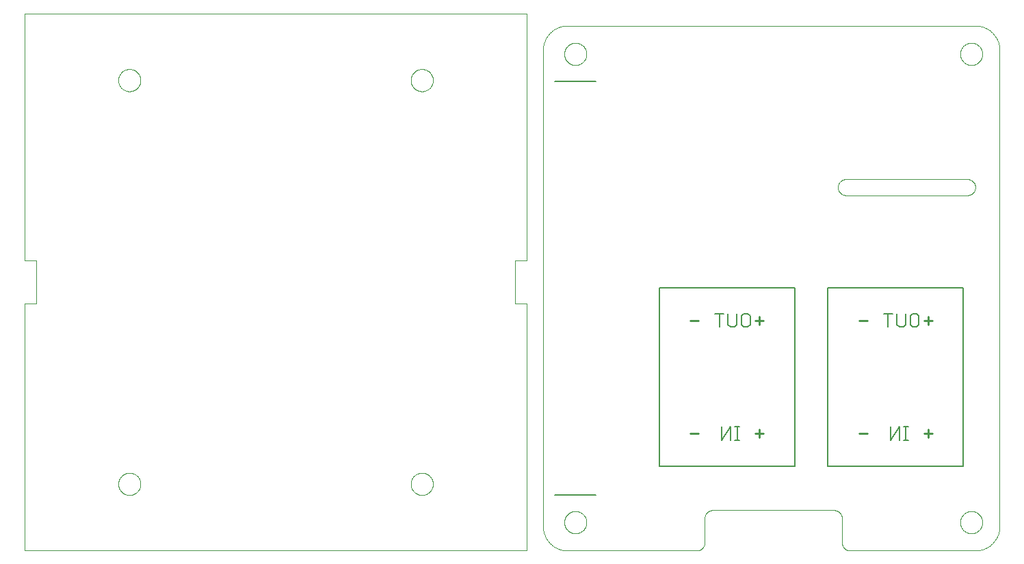
<source format=gbo>
G75*
%MOIN*%
%OFA0B0*%
%FSLAX25Y25*%
%IPPOS*%
%LPD*%
%AMOC8*
5,1,8,0,0,1.08239X$1,22.5*
%
%ADD10C,0.00000*%
%ADD11C,0.00500*%
%ADD12C,0.00600*%
%ADD13C,0.01000*%
D10*
X0001000Y0033905D02*
X0245882Y0033905D01*
X0245882Y0154378D01*
X0239976Y0154378D01*
X0239976Y0175244D01*
X0245882Y0175244D01*
X0245882Y0295716D01*
X0001000Y0295716D01*
X0001000Y0175244D01*
X0006906Y0175244D01*
X0006906Y0154378D01*
X0001000Y0154378D01*
X0001000Y0033905D01*
X0046768Y0066386D02*
X0046770Y0066533D01*
X0046776Y0066679D01*
X0046786Y0066825D01*
X0046800Y0066971D01*
X0046818Y0067117D01*
X0046839Y0067262D01*
X0046865Y0067406D01*
X0046895Y0067550D01*
X0046928Y0067692D01*
X0046965Y0067834D01*
X0047006Y0067975D01*
X0047051Y0068114D01*
X0047100Y0068253D01*
X0047152Y0068390D01*
X0047209Y0068525D01*
X0047268Y0068659D01*
X0047332Y0068791D01*
X0047399Y0068921D01*
X0047469Y0069050D01*
X0047543Y0069177D01*
X0047620Y0069301D01*
X0047701Y0069424D01*
X0047785Y0069544D01*
X0047872Y0069662D01*
X0047962Y0069777D01*
X0048055Y0069890D01*
X0048152Y0070001D01*
X0048251Y0070109D01*
X0048353Y0070214D01*
X0048458Y0070316D01*
X0048566Y0070415D01*
X0048677Y0070512D01*
X0048790Y0070605D01*
X0048905Y0070695D01*
X0049023Y0070782D01*
X0049143Y0070866D01*
X0049266Y0070947D01*
X0049390Y0071024D01*
X0049517Y0071098D01*
X0049646Y0071168D01*
X0049776Y0071235D01*
X0049908Y0071299D01*
X0050042Y0071358D01*
X0050177Y0071415D01*
X0050314Y0071467D01*
X0050453Y0071516D01*
X0050592Y0071561D01*
X0050733Y0071602D01*
X0050875Y0071639D01*
X0051017Y0071672D01*
X0051161Y0071702D01*
X0051305Y0071728D01*
X0051450Y0071749D01*
X0051596Y0071767D01*
X0051742Y0071781D01*
X0051888Y0071791D01*
X0052034Y0071797D01*
X0052181Y0071799D01*
X0052328Y0071797D01*
X0052474Y0071791D01*
X0052620Y0071781D01*
X0052766Y0071767D01*
X0052912Y0071749D01*
X0053057Y0071728D01*
X0053201Y0071702D01*
X0053345Y0071672D01*
X0053487Y0071639D01*
X0053629Y0071602D01*
X0053770Y0071561D01*
X0053909Y0071516D01*
X0054048Y0071467D01*
X0054185Y0071415D01*
X0054320Y0071358D01*
X0054454Y0071299D01*
X0054586Y0071235D01*
X0054716Y0071168D01*
X0054845Y0071098D01*
X0054972Y0071024D01*
X0055096Y0070947D01*
X0055219Y0070866D01*
X0055339Y0070782D01*
X0055457Y0070695D01*
X0055572Y0070605D01*
X0055685Y0070512D01*
X0055796Y0070415D01*
X0055904Y0070316D01*
X0056009Y0070214D01*
X0056111Y0070109D01*
X0056210Y0070001D01*
X0056307Y0069890D01*
X0056400Y0069777D01*
X0056490Y0069662D01*
X0056577Y0069544D01*
X0056661Y0069424D01*
X0056742Y0069301D01*
X0056819Y0069177D01*
X0056893Y0069050D01*
X0056963Y0068921D01*
X0057030Y0068791D01*
X0057094Y0068659D01*
X0057153Y0068525D01*
X0057210Y0068390D01*
X0057262Y0068253D01*
X0057311Y0068114D01*
X0057356Y0067975D01*
X0057397Y0067834D01*
X0057434Y0067692D01*
X0057467Y0067550D01*
X0057497Y0067406D01*
X0057523Y0067262D01*
X0057544Y0067117D01*
X0057562Y0066971D01*
X0057576Y0066825D01*
X0057586Y0066679D01*
X0057592Y0066533D01*
X0057594Y0066386D01*
X0057592Y0066239D01*
X0057586Y0066093D01*
X0057576Y0065947D01*
X0057562Y0065801D01*
X0057544Y0065655D01*
X0057523Y0065510D01*
X0057497Y0065366D01*
X0057467Y0065222D01*
X0057434Y0065080D01*
X0057397Y0064938D01*
X0057356Y0064797D01*
X0057311Y0064658D01*
X0057262Y0064519D01*
X0057210Y0064382D01*
X0057153Y0064247D01*
X0057094Y0064113D01*
X0057030Y0063981D01*
X0056963Y0063851D01*
X0056893Y0063722D01*
X0056819Y0063595D01*
X0056742Y0063471D01*
X0056661Y0063348D01*
X0056577Y0063228D01*
X0056490Y0063110D01*
X0056400Y0062995D01*
X0056307Y0062882D01*
X0056210Y0062771D01*
X0056111Y0062663D01*
X0056009Y0062558D01*
X0055904Y0062456D01*
X0055796Y0062357D01*
X0055685Y0062260D01*
X0055572Y0062167D01*
X0055457Y0062077D01*
X0055339Y0061990D01*
X0055219Y0061906D01*
X0055096Y0061825D01*
X0054972Y0061748D01*
X0054845Y0061674D01*
X0054716Y0061604D01*
X0054586Y0061537D01*
X0054454Y0061473D01*
X0054320Y0061414D01*
X0054185Y0061357D01*
X0054048Y0061305D01*
X0053909Y0061256D01*
X0053770Y0061211D01*
X0053629Y0061170D01*
X0053487Y0061133D01*
X0053345Y0061100D01*
X0053201Y0061070D01*
X0053057Y0061044D01*
X0052912Y0061023D01*
X0052766Y0061005D01*
X0052620Y0060991D01*
X0052474Y0060981D01*
X0052328Y0060975D01*
X0052181Y0060973D01*
X0052034Y0060975D01*
X0051888Y0060981D01*
X0051742Y0060991D01*
X0051596Y0061005D01*
X0051450Y0061023D01*
X0051305Y0061044D01*
X0051161Y0061070D01*
X0051017Y0061100D01*
X0050875Y0061133D01*
X0050733Y0061170D01*
X0050592Y0061211D01*
X0050453Y0061256D01*
X0050314Y0061305D01*
X0050177Y0061357D01*
X0050042Y0061414D01*
X0049908Y0061473D01*
X0049776Y0061537D01*
X0049646Y0061604D01*
X0049517Y0061674D01*
X0049390Y0061748D01*
X0049266Y0061825D01*
X0049143Y0061906D01*
X0049023Y0061990D01*
X0048905Y0062077D01*
X0048790Y0062167D01*
X0048677Y0062260D01*
X0048566Y0062357D01*
X0048458Y0062456D01*
X0048353Y0062558D01*
X0048251Y0062663D01*
X0048152Y0062771D01*
X0048055Y0062882D01*
X0047962Y0062995D01*
X0047872Y0063110D01*
X0047785Y0063228D01*
X0047701Y0063348D01*
X0047620Y0063471D01*
X0047543Y0063595D01*
X0047469Y0063722D01*
X0047399Y0063851D01*
X0047332Y0063981D01*
X0047268Y0064113D01*
X0047209Y0064247D01*
X0047152Y0064382D01*
X0047100Y0064519D01*
X0047051Y0064658D01*
X0047006Y0064797D01*
X0046965Y0064938D01*
X0046928Y0065080D01*
X0046895Y0065222D01*
X0046865Y0065366D01*
X0046839Y0065510D01*
X0046818Y0065655D01*
X0046800Y0065801D01*
X0046786Y0065947D01*
X0046776Y0066093D01*
X0046770Y0066239D01*
X0046768Y0066386D01*
X0189288Y0066386D02*
X0189290Y0066533D01*
X0189296Y0066679D01*
X0189306Y0066825D01*
X0189320Y0066971D01*
X0189338Y0067117D01*
X0189359Y0067262D01*
X0189385Y0067406D01*
X0189415Y0067550D01*
X0189448Y0067692D01*
X0189485Y0067834D01*
X0189526Y0067975D01*
X0189571Y0068114D01*
X0189620Y0068253D01*
X0189672Y0068390D01*
X0189729Y0068525D01*
X0189788Y0068659D01*
X0189852Y0068791D01*
X0189919Y0068921D01*
X0189989Y0069050D01*
X0190063Y0069177D01*
X0190140Y0069301D01*
X0190221Y0069424D01*
X0190305Y0069544D01*
X0190392Y0069662D01*
X0190482Y0069777D01*
X0190575Y0069890D01*
X0190672Y0070001D01*
X0190771Y0070109D01*
X0190873Y0070214D01*
X0190978Y0070316D01*
X0191086Y0070415D01*
X0191197Y0070512D01*
X0191310Y0070605D01*
X0191425Y0070695D01*
X0191543Y0070782D01*
X0191663Y0070866D01*
X0191786Y0070947D01*
X0191910Y0071024D01*
X0192037Y0071098D01*
X0192166Y0071168D01*
X0192296Y0071235D01*
X0192428Y0071299D01*
X0192562Y0071358D01*
X0192697Y0071415D01*
X0192834Y0071467D01*
X0192973Y0071516D01*
X0193112Y0071561D01*
X0193253Y0071602D01*
X0193395Y0071639D01*
X0193537Y0071672D01*
X0193681Y0071702D01*
X0193825Y0071728D01*
X0193970Y0071749D01*
X0194116Y0071767D01*
X0194262Y0071781D01*
X0194408Y0071791D01*
X0194554Y0071797D01*
X0194701Y0071799D01*
X0194848Y0071797D01*
X0194994Y0071791D01*
X0195140Y0071781D01*
X0195286Y0071767D01*
X0195432Y0071749D01*
X0195577Y0071728D01*
X0195721Y0071702D01*
X0195865Y0071672D01*
X0196007Y0071639D01*
X0196149Y0071602D01*
X0196290Y0071561D01*
X0196429Y0071516D01*
X0196568Y0071467D01*
X0196705Y0071415D01*
X0196840Y0071358D01*
X0196974Y0071299D01*
X0197106Y0071235D01*
X0197236Y0071168D01*
X0197365Y0071098D01*
X0197492Y0071024D01*
X0197616Y0070947D01*
X0197739Y0070866D01*
X0197859Y0070782D01*
X0197977Y0070695D01*
X0198092Y0070605D01*
X0198205Y0070512D01*
X0198316Y0070415D01*
X0198424Y0070316D01*
X0198529Y0070214D01*
X0198631Y0070109D01*
X0198730Y0070001D01*
X0198827Y0069890D01*
X0198920Y0069777D01*
X0199010Y0069662D01*
X0199097Y0069544D01*
X0199181Y0069424D01*
X0199262Y0069301D01*
X0199339Y0069177D01*
X0199413Y0069050D01*
X0199483Y0068921D01*
X0199550Y0068791D01*
X0199614Y0068659D01*
X0199673Y0068525D01*
X0199730Y0068390D01*
X0199782Y0068253D01*
X0199831Y0068114D01*
X0199876Y0067975D01*
X0199917Y0067834D01*
X0199954Y0067692D01*
X0199987Y0067550D01*
X0200017Y0067406D01*
X0200043Y0067262D01*
X0200064Y0067117D01*
X0200082Y0066971D01*
X0200096Y0066825D01*
X0200106Y0066679D01*
X0200112Y0066533D01*
X0200114Y0066386D01*
X0200112Y0066239D01*
X0200106Y0066093D01*
X0200096Y0065947D01*
X0200082Y0065801D01*
X0200064Y0065655D01*
X0200043Y0065510D01*
X0200017Y0065366D01*
X0199987Y0065222D01*
X0199954Y0065080D01*
X0199917Y0064938D01*
X0199876Y0064797D01*
X0199831Y0064658D01*
X0199782Y0064519D01*
X0199730Y0064382D01*
X0199673Y0064247D01*
X0199614Y0064113D01*
X0199550Y0063981D01*
X0199483Y0063851D01*
X0199413Y0063722D01*
X0199339Y0063595D01*
X0199262Y0063471D01*
X0199181Y0063348D01*
X0199097Y0063228D01*
X0199010Y0063110D01*
X0198920Y0062995D01*
X0198827Y0062882D01*
X0198730Y0062771D01*
X0198631Y0062663D01*
X0198529Y0062558D01*
X0198424Y0062456D01*
X0198316Y0062357D01*
X0198205Y0062260D01*
X0198092Y0062167D01*
X0197977Y0062077D01*
X0197859Y0061990D01*
X0197739Y0061906D01*
X0197616Y0061825D01*
X0197492Y0061748D01*
X0197365Y0061674D01*
X0197236Y0061604D01*
X0197106Y0061537D01*
X0196974Y0061473D01*
X0196840Y0061414D01*
X0196705Y0061357D01*
X0196568Y0061305D01*
X0196429Y0061256D01*
X0196290Y0061211D01*
X0196149Y0061170D01*
X0196007Y0061133D01*
X0195865Y0061100D01*
X0195721Y0061070D01*
X0195577Y0061044D01*
X0195432Y0061023D01*
X0195286Y0061005D01*
X0195140Y0060991D01*
X0194994Y0060981D01*
X0194848Y0060975D01*
X0194701Y0060973D01*
X0194554Y0060975D01*
X0194408Y0060981D01*
X0194262Y0060991D01*
X0194116Y0061005D01*
X0193970Y0061023D01*
X0193825Y0061044D01*
X0193681Y0061070D01*
X0193537Y0061100D01*
X0193395Y0061133D01*
X0193253Y0061170D01*
X0193112Y0061211D01*
X0192973Y0061256D01*
X0192834Y0061305D01*
X0192697Y0061357D01*
X0192562Y0061414D01*
X0192428Y0061473D01*
X0192296Y0061537D01*
X0192166Y0061604D01*
X0192037Y0061674D01*
X0191910Y0061748D01*
X0191786Y0061825D01*
X0191663Y0061906D01*
X0191543Y0061990D01*
X0191425Y0062077D01*
X0191310Y0062167D01*
X0191197Y0062260D01*
X0191086Y0062357D01*
X0190978Y0062456D01*
X0190873Y0062558D01*
X0190771Y0062663D01*
X0190672Y0062771D01*
X0190575Y0062882D01*
X0190482Y0062995D01*
X0190392Y0063110D01*
X0190305Y0063228D01*
X0190221Y0063348D01*
X0190140Y0063471D01*
X0190063Y0063595D01*
X0189989Y0063722D01*
X0189919Y0063851D01*
X0189852Y0063981D01*
X0189788Y0064113D01*
X0189729Y0064247D01*
X0189672Y0064382D01*
X0189620Y0064519D01*
X0189571Y0064658D01*
X0189526Y0064797D01*
X0189485Y0064938D01*
X0189448Y0065080D01*
X0189415Y0065222D01*
X0189385Y0065366D01*
X0189359Y0065510D01*
X0189338Y0065655D01*
X0189320Y0065801D01*
X0189306Y0065947D01*
X0189296Y0066093D01*
X0189290Y0066239D01*
X0189288Y0066386D01*
X0253756Y0045716D02*
X0253756Y0278000D01*
X0253759Y0278285D01*
X0253770Y0278571D01*
X0253787Y0278856D01*
X0253811Y0279140D01*
X0253842Y0279424D01*
X0253880Y0279707D01*
X0253925Y0279988D01*
X0253976Y0280269D01*
X0254034Y0280549D01*
X0254099Y0280827D01*
X0254171Y0281103D01*
X0254249Y0281377D01*
X0254334Y0281650D01*
X0254426Y0281920D01*
X0254524Y0282188D01*
X0254628Y0282454D01*
X0254739Y0282717D01*
X0254856Y0282977D01*
X0254979Y0283235D01*
X0255109Y0283489D01*
X0255245Y0283740D01*
X0255386Y0283988D01*
X0255534Y0284232D01*
X0255687Y0284473D01*
X0255847Y0284709D01*
X0256012Y0284942D01*
X0256182Y0285171D01*
X0256358Y0285396D01*
X0256540Y0285616D01*
X0256726Y0285832D01*
X0256918Y0286043D01*
X0257115Y0286250D01*
X0257317Y0286452D01*
X0257524Y0286649D01*
X0257735Y0286841D01*
X0257951Y0287027D01*
X0258171Y0287209D01*
X0258396Y0287385D01*
X0258625Y0287555D01*
X0258858Y0287720D01*
X0259094Y0287880D01*
X0259335Y0288033D01*
X0259579Y0288181D01*
X0259827Y0288322D01*
X0260078Y0288458D01*
X0260332Y0288588D01*
X0260590Y0288711D01*
X0260850Y0288828D01*
X0261113Y0288939D01*
X0261379Y0289043D01*
X0261647Y0289141D01*
X0261917Y0289233D01*
X0262190Y0289318D01*
X0262464Y0289396D01*
X0262740Y0289468D01*
X0263018Y0289533D01*
X0263298Y0289591D01*
X0263579Y0289642D01*
X0263860Y0289687D01*
X0264143Y0289725D01*
X0264427Y0289756D01*
X0264711Y0289780D01*
X0264996Y0289797D01*
X0265282Y0289808D01*
X0265567Y0289811D01*
X0464386Y0289811D01*
X0464671Y0289808D01*
X0464957Y0289797D01*
X0465242Y0289780D01*
X0465526Y0289756D01*
X0465810Y0289725D01*
X0466093Y0289687D01*
X0466374Y0289642D01*
X0466655Y0289591D01*
X0466935Y0289533D01*
X0467213Y0289468D01*
X0467489Y0289396D01*
X0467763Y0289318D01*
X0468036Y0289233D01*
X0468306Y0289141D01*
X0468574Y0289043D01*
X0468840Y0288939D01*
X0469103Y0288828D01*
X0469363Y0288711D01*
X0469621Y0288588D01*
X0469875Y0288458D01*
X0470126Y0288322D01*
X0470374Y0288181D01*
X0470618Y0288033D01*
X0470859Y0287880D01*
X0471095Y0287720D01*
X0471328Y0287555D01*
X0471557Y0287385D01*
X0471782Y0287209D01*
X0472002Y0287027D01*
X0472218Y0286841D01*
X0472429Y0286649D01*
X0472636Y0286452D01*
X0472838Y0286250D01*
X0473035Y0286043D01*
X0473227Y0285832D01*
X0473413Y0285616D01*
X0473595Y0285396D01*
X0473771Y0285171D01*
X0473941Y0284942D01*
X0474106Y0284709D01*
X0474266Y0284473D01*
X0474419Y0284232D01*
X0474567Y0283988D01*
X0474708Y0283740D01*
X0474844Y0283489D01*
X0474974Y0283235D01*
X0475097Y0282977D01*
X0475214Y0282717D01*
X0475325Y0282454D01*
X0475429Y0282188D01*
X0475527Y0281920D01*
X0475619Y0281650D01*
X0475704Y0281377D01*
X0475782Y0281103D01*
X0475854Y0280827D01*
X0475919Y0280549D01*
X0475977Y0280269D01*
X0476028Y0279988D01*
X0476073Y0279707D01*
X0476111Y0279424D01*
X0476142Y0279140D01*
X0476166Y0278856D01*
X0476183Y0278571D01*
X0476194Y0278285D01*
X0476197Y0278000D01*
X0476197Y0045716D01*
X0476194Y0045431D01*
X0476183Y0045145D01*
X0476166Y0044860D01*
X0476142Y0044576D01*
X0476111Y0044292D01*
X0476073Y0044009D01*
X0476028Y0043728D01*
X0475977Y0043447D01*
X0475919Y0043167D01*
X0475854Y0042889D01*
X0475782Y0042613D01*
X0475704Y0042339D01*
X0475619Y0042066D01*
X0475527Y0041796D01*
X0475429Y0041528D01*
X0475325Y0041262D01*
X0475214Y0040999D01*
X0475097Y0040739D01*
X0474974Y0040481D01*
X0474844Y0040227D01*
X0474708Y0039976D01*
X0474567Y0039728D01*
X0474419Y0039484D01*
X0474266Y0039243D01*
X0474106Y0039007D01*
X0473941Y0038774D01*
X0473771Y0038545D01*
X0473595Y0038320D01*
X0473413Y0038100D01*
X0473227Y0037884D01*
X0473035Y0037673D01*
X0472838Y0037466D01*
X0472636Y0037264D01*
X0472429Y0037067D01*
X0472218Y0036875D01*
X0472002Y0036689D01*
X0471782Y0036507D01*
X0471557Y0036331D01*
X0471328Y0036161D01*
X0471095Y0035996D01*
X0470859Y0035836D01*
X0470618Y0035683D01*
X0470374Y0035535D01*
X0470126Y0035394D01*
X0469875Y0035258D01*
X0469621Y0035128D01*
X0469363Y0035005D01*
X0469103Y0034888D01*
X0468840Y0034777D01*
X0468574Y0034673D01*
X0468306Y0034575D01*
X0468036Y0034483D01*
X0467763Y0034398D01*
X0467489Y0034320D01*
X0467213Y0034248D01*
X0466935Y0034183D01*
X0466655Y0034125D01*
X0466374Y0034074D01*
X0466093Y0034029D01*
X0465810Y0033991D01*
X0465526Y0033960D01*
X0465242Y0033936D01*
X0464957Y0033919D01*
X0464671Y0033908D01*
X0464386Y0033905D01*
X0403362Y0033905D01*
X0403238Y0033907D01*
X0403115Y0033913D01*
X0402991Y0033922D01*
X0402869Y0033936D01*
X0402746Y0033953D01*
X0402624Y0033975D01*
X0402503Y0034000D01*
X0402383Y0034029D01*
X0402264Y0034061D01*
X0402145Y0034098D01*
X0402028Y0034138D01*
X0401913Y0034181D01*
X0401798Y0034229D01*
X0401686Y0034280D01*
X0401575Y0034334D01*
X0401465Y0034392D01*
X0401358Y0034453D01*
X0401252Y0034518D01*
X0401149Y0034586D01*
X0401048Y0034657D01*
X0400949Y0034731D01*
X0400852Y0034808D01*
X0400758Y0034889D01*
X0400667Y0034972D01*
X0400578Y0035058D01*
X0400492Y0035147D01*
X0400409Y0035238D01*
X0400328Y0035332D01*
X0400251Y0035429D01*
X0400177Y0035528D01*
X0400106Y0035629D01*
X0400038Y0035732D01*
X0399973Y0035838D01*
X0399912Y0035945D01*
X0399854Y0036055D01*
X0399800Y0036166D01*
X0399749Y0036278D01*
X0399701Y0036393D01*
X0399658Y0036508D01*
X0399618Y0036625D01*
X0399581Y0036744D01*
X0399549Y0036863D01*
X0399520Y0036983D01*
X0399495Y0037104D01*
X0399473Y0037226D01*
X0399456Y0037349D01*
X0399442Y0037471D01*
X0399433Y0037595D01*
X0399427Y0037718D01*
X0399425Y0037842D01*
X0399425Y0049653D01*
X0399423Y0049777D01*
X0399417Y0049900D01*
X0399408Y0050024D01*
X0399394Y0050146D01*
X0399377Y0050269D01*
X0399355Y0050391D01*
X0399330Y0050512D01*
X0399301Y0050632D01*
X0399269Y0050751D01*
X0399232Y0050870D01*
X0399192Y0050987D01*
X0399149Y0051102D01*
X0399101Y0051217D01*
X0399050Y0051329D01*
X0398996Y0051440D01*
X0398938Y0051550D01*
X0398877Y0051657D01*
X0398812Y0051763D01*
X0398744Y0051866D01*
X0398673Y0051967D01*
X0398599Y0052066D01*
X0398522Y0052163D01*
X0398441Y0052257D01*
X0398358Y0052348D01*
X0398272Y0052437D01*
X0398183Y0052523D01*
X0398092Y0052606D01*
X0397998Y0052687D01*
X0397901Y0052764D01*
X0397802Y0052838D01*
X0397701Y0052909D01*
X0397598Y0052977D01*
X0397492Y0053042D01*
X0397385Y0053103D01*
X0397275Y0053161D01*
X0397164Y0053215D01*
X0397052Y0053266D01*
X0396937Y0053314D01*
X0396822Y0053357D01*
X0396705Y0053397D01*
X0396586Y0053434D01*
X0396467Y0053466D01*
X0396347Y0053495D01*
X0396226Y0053520D01*
X0396104Y0053542D01*
X0395981Y0053559D01*
X0395859Y0053573D01*
X0395735Y0053582D01*
X0395612Y0053588D01*
X0395488Y0053590D01*
X0336433Y0053590D01*
X0336309Y0053588D01*
X0336186Y0053582D01*
X0336062Y0053573D01*
X0335940Y0053559D01*
X0335817Y0053542D01*
X0335695Y0053520D01*
X0335574Y0053495D01*
X0335454Y0053466D01*
X0335335Y0053434D01*
X0335216Y0053397D01*
X0335099Y0053357D01*
X0334984Y0053314D01*
X0334869Y0053266D01*
X0334757Y0053215D01*
X0334646Y0053161D01*
X0334536Y0053103D01*
X0334429Y0053042D01*
X0334323Y0052977D01*
X0334220Y0052909D01*
X0334119Y0052838D01*
X0334020Y0052764D01*
X0333923Y0052687D01*
X0333829Y0052606D01*
X0333738Y0052523D01*
X0333649Y0052437D01*
X0333563Y0052348D01*
X0333480Y0052257D01*
X0333399Y0052163D01*
X0333322Y0052066D01*
X0333248Y0051967D01*
X0333177Y0051866D01*
X0333109Y0051763D01*
X0333044Y0051657D01*
X0332983Y0051550D01*
X0332925Y0051440D01*
X0332871Y0051329D01*
X0332820Y0051217D01*
X0332772Y0051102D01*
X0332729Y0050987D01*
X0332689Y0050870D01*
X0332652Y0050751D01*
X0332620Y0050632D01*
X0332591Y0050512D01*
X0332566Y0050391D01*
X0332544Y0050269D01*
X0332527Y0050146D01*
X0332513Y0050024D01*
X0332504Y0049900D01*
X0332498Y0049777D01*
X0332496Y0049653D01*
X0332496Y0037842D01*
X0332494Y0037718D01*
X0332488Y0037595D01*
X0332479Y0037471D01*
X0332465Y0037349D01*
X0332448Y0037226D01*
X0332426Y0037104D01*
X0332401Y0036983D01*
X0332372Y0036863D01*
X0332340Y0036744D01*
X0332303Y0036625D01*
X0332263Y0036508D01*
X0332220Y0036393D01*
X0332172Y0036278D01*
X0332121Y0036166D01*
X0332067Y0036055D01*
X0332009Y0035945D01*
X0331948Y0035838D01*
X0331883Y0035732D01*
X0331815Y0035629D01*
X0331744Y0035528D01*
X0331670Y0035429D01*
X0331593Y0035332D01*
X0331512Y0035238D01*
X0331429Y0035147D01*
X0331343Y0035058D01*
X0331254Y0034972D01*
X0331163Y0034889D01*
X0331069Y0034808D01*
X0330972Y0034731D01*
X0330873Y0034657D01*
X0330772Y0034586D01*
X0330669Y0034518D01*
X0330563Y0034453D01*
X0330456Y0034392D01*
X0330346Y0034334D01*
X0330235Y0034280D01*
X0330123Y0034229D01*
X0330008Y0034181D01*
X0329893Y0034138D01*
X0329776Y0034098D01*
X0329657Y0034061D01*
X0329538Y0034029D01*
X0329418Y0034000D01*
X0329297Y0033975D01*
X0329175Y0033953D01*
X0329052Y0033936D01*
X0328930Y0033922D01*
X0328806Y0033913D01*
X0328683Y0033907D01*
X0328559Y0033905D01*
X0265567Y0033905D01*
X0265282Y0033908D01*
X0264996Y0033919D01*
X0264711Y0033936D01*
X0264427Y0033960D01*
X0264143Y0033991D01*
X0263860Y0034029D01*
X0263579Y0034074D01*
X0263298Y0034125D01*
X0263018Y0034183D01*
X0262740Y0034248D01*
X0262464Y0034320D01*
X0262190Y0034398D01*
X0261917Y0034483D01*
X0261647Y0034575D01*
X0261379Y0034673D01*
X0261113Y0034777D01*
X0260850Y0034888D01*
X0260590Y0035005D01*
X0260332Y0035128D01*
X0260078Y0035258D01*
X0259827Y0035394D01*
X0259579Y0035535D01*
X0259335Y0035683D01*
X0259094Y0035836D01*
X0258858Y0035996D01*
X0258625Y0036161D01*
X0258396Y0036331D01*
X0258171Y0036507D01*
X0257951Y0036689D01*
X0257735Y0036875D01*
X0257524Y0037067D01*
X0257317Y0037264D01*
X0257115Y0037466D01*
X0256918Y0037673D01*
X0256726Y0037884D01*
X0256540Y0038100D01*
X0256358Y0038320D01*
X0256182Y0038545D01*
X0256012Y0038774D01*
X0255847Y0039007D01*
X0255687Y0039243D01*
X0255534Y0039484D01*
X0255386Y0039728D01*
X0255245Y0039976D01*
X0255109Y0040227D01*
X0254979Y0040481D01*
X0254856Y0040739D01*
X0254739Y0040999D01*
X0254628Y0041262D01*
X0254524Y0041528D01*
X0254426Y0041796D01*
X0254334Y0042066D01*
X0254249Y0042339D01*
X0254171Y0042613D01*
X0254099Y0042889D01*
X0254034Y0043167D01*
X0253976Y0043447D01*
X0253925Y0043728D01*
X0253880Y0044009D01*
X0253842Y0044292D01*
X0253811Y0044576D01*
X0253787Y0044860D01*
X0253770Y0045145D01*
X0253759Y0045431D01*
X0253756Y0045716D01*
X0264091Y0047685D02*
X0264093Y0047832D01*
X0264099Y0047978D01*
X0264109Y0048124D01*
X0264123Y0048270D01*
X0264141Y0048416D01*
X0264162Y0048561D01*
X0264188Y0048705D01*
X0264218Y0048849D01*
X0264251Y0048991D01*
X0264288Y0049133D01*
X0264329Y0049274D01*
X0264374Y0049413D01*
X0264423Y0049552D01*
X0264475Y0049689D01*
X0264532Y0049824D01*
X0264591Y0049958D01*
X0264655Y0050090D01*
X0264722Y0050220D01*
X0264792Y0050349D01*
X0264866Y0050476D01*
X0264943Y0050600D01*
X0265024Y0050723D01*
X0265108Y0050843D01*
X0265195Y0050961D01*
X0265285Y0051076D01*
X0265378Y0051189D01*
X0265475Y0051300D01*
X0265574Y0051408D01*
X0265676Y0051513D01*
X0265781Y0051615D01*
X0265889Y0051714D01*
X0266000Y0051811D01*
X0266113Y0051904D01*
X0266228Y0051994D01*
X0266346Y0052081D01*
X0266466Y0052165D01*
X0266589Y0052246D01*
X0266713Y0052323D01*
X0266840Y0052397D01*
X0266969Y0052467D01*
X0267099Y0052534D01*
X0267231Y0052598D01*
X0267365Y0052657D01*
X0267500Y0052714D01*
X0267637Y0052766D01*
X0267776Y0052815D01*
X0267915Y0052860D01*
X0268056Y0052901D01*
X0268198Y0052938D01*
X0268340Y0052971D01*
X0268484Y0053001D01*
X0268628Y0053027D01*
X0268773Y0053048D01*
X0268919Y0053066D01*
X0269065Y0053080D01*
X0269211Y0053090D01*
X0269357Y0053096D01*
X0269504Y0053098D01*
X0269651Y0053096D01*
X0269797Y0053090D01*
X0269943Y0053080D01*
X0270089Y0053066D01*
X0270235Y0053048D01*
X0270380Y0053027D01*
X0270524Y0053001D01*
X0270668Y0052971D01*
X0270810Y0052938D01*
X0270952Y0052901D01*
X0271093Y0052860D01*
X0271232Y0052815D01*
X0271371Y0052766D01*
X0271508Y0052714D01*
X0271643Y0052657D01*
X0271777Y0052598D01*
X0271909Y0052534D01*
X0272039Y0052467D01*
X0272168Y0052397D01*
X0272295Y0052323D01*
X0272419Y0052246D01*
X0272542Y0052165D01*
X0272662Y0052081D01*
X0272780Y0051994D01*
X0272895Y0051904D01*
X0273008Y0051811D01*
X0273119Y0051714D01*
X0273227Y0051615D01*
X0273332Y0051513D01*
X0273434Y0051408D01*
X0273533Y0051300D01*
X0273630Y0051189D01*
X0273723Y0051076D01*
X0273813Y0050961D01*
X0273900Y0050843D01*
X0273984Y0050723D01*
X0274065Y0050600D01*
X0274142Y0050476D01*
X0274216Y0050349D01*
X0274286Y0050220D01*
X0274353Y0050090D01*
X0274417Y0049958D01*
X0274476Y0049824D01*
X0274533Y0049689D01*
X0274585Y0049552D01*
X0274634Y0049413D01*
X0274679Y0049274D01*
X0274720Y0049133D01*
X0274757Y0048991D01*
X0274790Y0048849D01*
X0274820Y0048705D01*
X0274846Y0048561D01*
X0274867Y0048416D01*
X0274885Y0048270D01*
X0274899Y0048124D01*
X0274909Y0047978D01*
X0274915Y0047832D01*
X0274917Y0047685D01*
X0274915Y0047538D01*
X0274909Y0047392D01*
X0274899Y0047246D01*
X0274885Y0047100D01*
X0274867Y0046954D01*
X0274846Y0046809D01*
X0274820Y0046665D01*
X0274790Y0046521D01*
X0274757Y0046379D01*
X0274720Y0046237D01*
X0274679Y0046096D01*
X0274634Y0045957D01*
X0274585Y0045818D01*
X0274533Y0045681D01*
X0274476Y0045546D01*
X0274417Y0045412D01*
X0274353Y0045280D01*
X0274286Y0045150D01*
X0274216Y0045021D01*
X0274142Y0044894D01*
X0274065Y0044770D01*
X0273984Y0044647D01*
X0273900Y0044527D01*
X0273813Y0044409D01*
X0273723Y0044294D01*
X0273630Y0044181D01*
X0273533Y0044070D01*
X0273434Y0043962D01*
X0273332Y0043857D01*
X0273227Y0043755D01*
X0273119Y0043656D01*
X0273008Y0043559D01*
X0272895Y0043466D01*
X0272780Y0043376D01*
X0272662Y0043289D01*
X0272542Y0043205D01*
X0272419Y0043124D01*
X0272295Y0043047D01*
X0272168Y0042973D01*
X0272039Y0042903D01*
X0271909Y0042836D01*
X0271777Y0042772D01*
X0271643Y0042713D01*
X0271508Y0042656D01*
X0271371Y0042604D01*
X0271232Y0042555D01*
X0271093Y0042510D01*
X0270952Y0042469D01*
X0270810Y0042432D01*
X0270668Y0042399D01*
X0270524Y0042369D01*
X0270380Y0042343D01*
X0270235Y0042322D01*
X0270089Y0042304D01*
X0269943Y0042290D01*
X0269797Y0042280D01*
X0269651Y0042274D01*
X0269504Y0042272D01*
X0269357Y0042274D01*
X0269211Y0042280D01*
X0269065Y0042290D01*
X0268919Y0042304D01*
X0268773Y0042322D01*
X0268628Y0042343D01*
X0268484Y0042369D01*
X0268340Y0042399D01*
X0268198Y0042432D01*
X0268056Y0042469D01*
X0267915Y0042510D01*
X0267776Y0042555D01*
X0267637Y0042604D01*
X0267500Y0042656D01*
X0267365Y0042713D01*
X0267231Y0042772D01*
X0267099Y0042836D01*
X0266969Y0042903D01*
X0266840Y0042973D01*
X0266713Y0043047D01*
X0266589Y0043124D01*
X0266466Y0043205D01*
X0266346Y0043289D01*
X0266228Y0043376D01*
X0266113Y0043466D01*
X0266000Y0043559D01*
X0265889Y0043656D01*
X0265781Y0043755D01*
X0265676Y0043857D01*
X0265574Y0043962D01*
X0265475Y0044070D01*
X0265378Y0044181D01*
X0265285Y0044294D01*
X0265195Y0044409D01*
X0265108Y0044527D01*
X0265024Y0044647D01*
X0264943Y0044770D01*
X0264866Y0044894D01*
X0264792Y0045021D01*
X0264722Y0045150D01*
X0264655Y0045280D01*
X0264591Y0045412D01*
X0264532Y0045546D01*
X0264475Y0045681D01*
X0264423Y0045818D01*
X0264374Y0045957D01*
X0264329Y0046096D01*
X0264288Y0046237D01*
X0264251Y0046379D01*
X0264218Y0046521D01*
X0264188Y0046665D01*
X0264162Y0046809D01*
X0264141Y0046954D01*
X0264123Y0047100D01*
X0264109Y0047246D01*
X0264099Y0047392D01*
X0264093Y0047538D01*
X0264091Y0047685D01*
X0457004Y0047685D02*
X0457006Y0047832D01*
X0457012Y0047978D01*
X0457022Y0048124D01*
X0457036Y0048270D01*
X0457054Y0048416D01*
X0457075Y0048561D01*
X0457101Y0048705D01*
X0457131Y0048849D01*
X0457164Y0048991D01*
X0457201Y0049133D01*
X0457242Y0049274D01*
X0457287Y0049413D01*
X0457336Y0049552D01*
X0457388Y0049689D01*
X0457445Y0049824D01*
X0457504Y0049958D01*
X0457568Y0050090D01*
X0457635Y0050220D01*
X0457705Y0050349D01*
X0457779Y0050476D01*
X0457856Y0050600D01*
X0457937Y0050723D01*
X0458021Y0050843D01*
X0458108Y0050961D01*
X0458198Y0051076D01*
X0458291Y0051189D01*
X0458388Y0051300D01*
X0458487Y0051408D01*
X0458589Y0051513D01*
X0458694Y0051615D01*
X0458802Y0051714D01*
X0458913Y0051811D01*
X0459026Y0051904D01*
X0459141Y0051994D01*
X0459259Y0052081D01*
X0459379Y0052165D01*
X0459502Y0052246D01*
X0459626Y0052323D01*
X0459753Y0052397D01*
X0459882Y0052467D01*
X0460012Y0052534D01*
X0460144Y0052598D01*
X0460278Y0052657D01*
X0460413Y0052714D01*
X0460550Y0052766D01*
X0460689Y0052815D01*
X0460828Y0052860D01*
X0460969Y0052901D01*
X0461111Y0052938D01*
X0461253Y0052971D01*
X0461397Y0053001D01*
X0461541Y0053027D01*
X0461686Y0053048D01*
X0461832Y0053066D01*
X0461978Y0053080D01*
X0462124Y0053090D01*
X0462270Y0053096D01*
X0462417Y0053098D01*
X0462564Y0053096D01*
X0462710Y0053090D01*
X0462856Y0053080D01*
X0463002Y0053066D01*
X0463148Y0053048D01*
X0463293Y0053027D01*
X0463437Y0053001D01*
X0463581Y0052971D01*
X0463723Y0052938D01*
X0463865Y0052901D01*
X0464006Y0052860D01*
X0464145Y0052815D01*
X0464284Y0052766D01*
X0464421Y0052714D01*
X0464556Y0052657D01*
X0464690Y0052598D01*
X0464822Y0052534D01*
X0464952Y0052467D01*
X0465081Y0052397D01*
X0465208Y0052323D01*
X0465332Y0052246D01*
X0465455Y0052165D01*
X0465575Y0052081D01*
X0465693Y0051994D01*
X0465808Y0051904D01*
X0465921Y0051811D01*
X0466032Y0051714D01*
X0466140Y0051615D01*
X0466245Y0051513D01*
X0466347Y0051408D01*
X0466446Y0051300D01*
X0466543Y0051189D01*
X0466636Y0051076D01*
X0466726Y0050961D01*
X0466813Y0050843D01*
X0466897Y0050723D01*
X0466978Y0050600D01*
X0467055Y0050476D01*
X0467129Y0050349D01*
X0467199Y0050220D01*
X0467266Y0050090D01*
X0467330Y0049958D01*
X0467389Y0049824D01*
X0467446Y0049689D01*
X0467498Y0049552D01*
X0467547Y0049413D01*
X0467592Y0049274D01*
X0467633Y0049133D01*
X0467670Y0048991D01*
X0467703Y0048849D01*
X0467733Y0048705D01*
X0467759Y0048561D01*
X0467780Y0048416D01*
X0467798Y0048270D01*
X0467812Y0048124D01*
X0467822Y0047978D01*
X0467828Y0047832D01*
X0467830Y0047685D01*
X0467828Y0047538D01*
X0467822Y0047392D01*
X0467812Y0047246D01*
X0467798Y0047100D01*
X0467780Y0046954D01*
X0467759Y0046809D01*
X0467733Y0046665D01*
X0467703Y0046521D01*
X0467670Y0046379D01*
X0467633Y0046237D01*
X0467592Y0046096D01*
X0467547Y0045957D01*
X0467498Y0045818D01*
X0467446Y0045681D01*
X0467389Y0045546D01*
X0467330Y0045412D01*
X0467266Y0045280D01*
X0467199Y0045150D01*
X0467129Y0045021D01*
X0467055Y0044894D01*
X0466978Y0044770D01*
X0466897Y0044647D01*
X0466813Y0044527D01*
X0466726Y0044409D01*
X0466636Y0044294D01*
X0466543Y0044181D01*
X0466446Y0044070D01*
X0466347Y0043962D01*
X0466245Y0043857D01*
X0466140Y0043755D01*
X0466032Y0043656D01*
X0465921Y0043559D01*
X0465808Y0043466D01*
X0465693Y0043376D01*
X0465575Y0043289D01*
X0465455Y0043205D01*
X0465332Y0043124D01*
X0465208Y0043047D01*
X0465081Y0042973D01*
X0464952Y0042903D01*
X0464822Y0042836D01*
X0464690Y0042772D01*
X0464556Y0042713D01*
X0464421Y0042656D01*
X0464284Y0042604D01*
X0464145Y0042555D01*
X0464006Y0042510D01*
X0463865Y0042469D01*
X0463723Y0042432D01*
X0463581Y0042399D01*
X0463437Y0042369D01*
X0463293Y0042343D01*
X0463148Y0042322D01*
X0463002Y0042304D01*
X0462856Y0042290D01*
X0462710Y0042280D01*
X0462564Y0042274D01*
X0462417Y0042272D01*
X0462270Y0042274D01*
X0462124Y0042280D01*
X0461978Y0042290D01*
X0461832Y0042304D01*
X0461686Y0042322D01*
X0461541Y0042343D01*
X0461397Y0042369D01*
X0461253Y0042399D01*
X0461111Y0042432D01*
X0460969Y0042469D01*
X0460828Y0042510D01*
X0460689Y0042555D01*
X0460550Y0042604D01*
X0460413Y0042656D01*
X0460278Y0042713D01*
X0460144Y0042772D01*
X0460012Y0042836D01*
X0459882Y0042903D01*
X0459753Y0042973D01*
X0459626Y0043047D01*
X0459502Y0043124D01*
X0459379Y0043205D01*
X0459259Y0043289D01*
X0459141Y0043376D01*
X0459026Y0043466D01*
X0458913Y0043559D01*
X0458802Y0043656D01*
X0458694Y0043755D01*
X0458589Y0043857D01*
X0458487Y0043962D01*
X0458388Y0044070D01*
X0458291Y0044181D01*
X0458198Y0044294D01*
X0458108Y0044409D01*
X0458021Y0044527D01*
X0457937Y0044647D01*
X0457856Y0044770D01*
X0457779Y0044894D01*
X0457705Y0045021D01*
X0457635Y0045150D01*
X0457568Y0045280D01*
X0457504Y0045412D01*
X0457445Y0045546D01*
X0457388Y0045681D01*
X0457336Y0045818D01*
X0457287Y0045957D01*
X0457242Y0046096D01*
X0457201Y0046237D01*
X0457164Y0046379D01*
X0457131Y0046521D01*
X0457101Y0046665D01*
X0457075Y0046809D01*
X0457054Y0046954D01*
X0457036Y0047100D01*
X0457022Y0047246D01*
X0457012Y0047392D01*
X0457006Y0047538D01*
X0457004Y0047685D01*
X0460449Y0207134D02*
X0401394Y0207134D01*
X0401270Y0207136D01*
X0401147Y0207142D01*
X0401023Y0207151D01*
X0400901Y0207165D01*
X0400778Y0207182D01*
X0400656Y0207204D01*
X0400535Y0207229D01*
X0400415Y0207258D01*
X0400296Y0207290D01*
X0400177Y0207327D01*
X0400060Y0207367D01*
X0399945Y0207410D01*
X0399830Y0207458D01*
X0399718Y0207509D01*
X0399607Y0207563D01*
X0399497Y0207621D01*
X0399390Y0207682D01*
X0399284Y0207747D01*
X0399181Y0207815D01*
X0399080Y0207886D01*
X0398981Y0207960D01*
X0398884Y0208037D01*
X0398790Y0208118D01*
X0398699Y0208201D01*
X0398610Y0208287D01*
X0398524Y0208376D01*
X0398441Y0208467D01*
X0398360Y0208561D01*
X0398283Y0208658D01*
X0398209Y0208757D01*
X0398138Y0208858D01*
X0398070Y0208961D01*
X0398005Y0209067D01*
X0397944Y0209174D01*
X0397886Y0209284D01*
X0397832Y0209395D01*
X0397781Y0209507D01*
X0397733Y0209622D01*
X0397690Y0209737D01*
X0397650Y0209854D01*
X0397613Y0209973D01*
X0397581Y0210092D01*
X0397552Y0210212D01*
X0397527Y0210333D01*
X0397505Y0210455D01*
X0397488Y0210578D01*
X0397474Y0210700D01*
X0397465Y0210824D01*
X0397459Y0210947D01*
X0397457Y0211071D01*
X0397459Y0211195D01*
X0397465Y0211318D01*
X0397474Y0211442D01*
X0397488Y0211564D01*
X0397505Y0211687D01*
X0397527Y0211809D01*
X0397552Y0211930D01*
X0397581Y0212050D01*
X0397613Y0212169D01*
X0397650Y0212288D01*
X0397690Y0212405D01*
X0397733Y0212520D01*
X0397781Y0212635D01*
X0397832Y0212747D01*
X0397886Y0212858D01*
X0397944Y0212968D01*
X0398005Y0213075D01*
X0398070Y0213181D01*
X0398138Y0213284D01*
X0398209Y0213385D01*
X0398283Y0213484D01*
X0398360Y0213581D01*
X0398441Y0213675D01*
X0398524Y0213766D01*
X0398610Y0213855D01*
X0398699Y0213941D01*
X0398790Y0214024D01*
X0398884Y0214105D01*
X0398981Y0214182D01*
X0399080Y0214256D01*
X0399181Y0214327D01*
X0399284Y0214395D01*
X0399390Y0214460D01*
X0399497Y0214521D01*
X0399607Y0214579D01*
X0399718Y0214633D01*
X0399830Y0214684D01*
X0399945Y0214732D01*
X0400060Y0214775D01*
X0400177Y0214815D01*
X0400296Y0214852D01*
X0400415Y0214884D01*
X0400535Y0214913D01*
X0400656Y0214938D01*
X0400778Y0214960D01*
X0400901Y0214977D01*
X0401023Y0214991D01*
X0401147Y0215000D01*
X0401270Y0215006D01*
X0401394Y0215008D01*
X0460449Y0215008D01*
X0464386Y0211071D02*
X0464384Y0210947D01*
X0464378Y0210824D01*
X0464369Y0210700D01*
X0464355Y0210578D01*
X0464338Y0210455D01*
X0464316Y0210333D01*
X0464291Y0210212D01*
X0464262Y0210092D01*
X0464230Y0209973D01*
X0464193Y0209854D01*
X0464153Y0209737D01*
X0464110Y0209622D01*
X0464062Y0209507D01*
X0464011Y0209395D01*
X0463957Y0209284D01*
X0463899Y0209174D01*
X0463838Y0209067D01*
X0463773Y0208961D01*
X0463705Y0208858D01*
X0463634Y0208757D01*
X0463560Y0208658D01*
X0463483Y0208561D01*
X0463402Y0208467D01*
X0463319Y0208376D01*
X0463233Y0208287D01*
X0463144Y0208201D01*
X0463053Y0208118D01*
X0462959Y0208037D01*
X0462862Y0207960D01*
X0462763Y0207886D01*
X0462662Y0207815D01*
X0462559Y0207747D01*
X0462453Y0207682D01*
X0462346Y0207621D01*
X0462236Y0207563D01*
X0462125Y0207509D01*
X0462013Y0207458D01*
X0461898Y0207410D01*
X0461783Y0207367D01*
X0461666Y0207327D01*
X0461547Y0207290D01*
X0461428Y0207258D01*
X0461308Y0207229D01*
X0461187Y0207204D01*
X0461065Y0207182D01*
X0460942Y0207165D01*
X0460820Y0207151D01*
X0460696Y0207142D01*
X0460573Y0207136D01*
X0460449Y0207134D01*
X0464386Y0211071D02*
X0464384Y0211195D01*
X0464378Y0211318D01*
X0464369Y0211442D01*
X0464355Y0211564D01*
X0464338Y0211687D01*
X0464316Y0211809D01*
X0464291Y0211930D01*
X0464262Y0212050D01*
X0464230Y0212169D01*
X0464193Y0212288D01*
X0464153Y0212405D01*
X0464110Y0212520D01*
X0464062Y0212635D01*
X0464011Y0212747D01*
X0463957Y0212858D01*
X0463899Y0212968D01*
X0463838Y0213075D01*
X0463773Y0213181D01*
X0463705Y0213284D01*
X0463634Y0213385D01*
X0463560Y0213484D01*
X0463483Y0213581D01*
X0463402Y0213675D01*
X0463319Y0213766D01*
X0463233Y0213855D01*
X0463144Y0213941D01*
X0463053Y0214024D01*
X0462959Y0214105D01*
X0462862Y0214182D01*
X0462763Y0214256D01*
X0462662Y0214327D01*
X0462559Y0214395D01*
X0462453Y0214460D01*
X0462346Y0214521D01*
X0462236Y0214579D01*
X0462125Y0214633D01*
X0462013Y0214684D01*
X0461898Y0214732D01*
X0461783Y0214775D01*
X0461666Y0214815D01*
X0461547Y0214852D01*
X0461428Y0214884D01*
X0461308Y0214913D01*
X0461187Y0214938D01*
X0461065Y0214960D01*
X0460942Y0214977D01*
X0460820Y0214991D01*
X0460696Y0215000D01*
X0460573Y0215006D01*
X0460449Y0215008D01*
X0457004Y0276031D02*
X0457006Y0276178D01*
X0457012Y0276324D01*
X0457022Y0276470D01*
X0457036Y0276616D01*
X0457054Y0276762D01*
X0457075Y0276907D01*
X0457101Y0277051D01*
X0457131Y0277195D01*
X0457164Y0277337D01*
X0457201Y0277479D01*
X0457242Y0277620D01*
X0457287Y0277759D01*
X0457336Y0277898D01*
X0457388Y0278035D01*
X0457445Y0278170D01*
X0457504Y0278304D01*
X0457568Y0278436D01*
X0457635Y0278566D01*
X0457705Y0278695D01*
X0457779Y0278822D01*
X0457856Y0278946D01*
X0457937Y0279069D01*
X0458021Y0279189D01*
X0458108Y0279307D01*
X0458198Y0279422D01*
X0458291Y0279535D01*
X0458388Y0279646D01*
X0458487Y0279754D01*
X0458589Y0279859D01*
X0458694Y0279961D01*
X0458802Y0280060D01*
X0458913Y0280157D01*
X0459026Y0280250D01*
X0459141Y0280340D01*
X0459259Y0280427D01*
X0459379Y0280511D01*
X0459502Y0280592D01*
X0459626Y0280669D01*
X0459753Y0280743D01*
X0459882Y0280813D01*
X0460012Y0280880D01*
X0460144Y0280944D01*
X0460278Y0281003D01*
X0460413Y0281060D01*
X0460550Y0281112D01*
X0460689Y0281161D01*
X0460828Y0281206D01*
X0460969Y0281247D01*
X0461111Y0281284D01*
X0461253Y0281317D01*
X0461397Y0281347D01*
X0461541Y0281373D01*
X0461686Y0281394D01*
X0461832Y0281412D01*
X0461978Y0281426D01*
X0462124Y0281436D01*
X0462270Y0281442D01*
X0462417Y0281444D01*
X0462564Y0281442D01*
X0462710Y0281436D01*
X0462856Y0281426D01*
X0463002Y0281412D01*
X0463148Y0281394D01*
X0463293Y0281373D01*
X0463437Y0281347D01*
X0463581Y0281317D01*
X0463723Y0281284D01*
X0463865Y0281247D01*
X0464006Y0281206D01*
X0464145Y0281161D01*
X0464284Y0281112D01*
X0464421Y0281060D01*
X0464556Y0281003D01*
X0464690Y0280944D01*
X0464822Y0280880D01*
X0464952Y0280813D01*
X0465081Y0280743D01*
X0465208Y0280669D01*
X0465332Y0280592D01*
X0465455Y0280511D01*
X0465575Y0280427D01*
X0465693Y0280340D01*
X0465808Y0280250D01*
X0465921Y0280157D01*
X0466032Y0280060D01*
X0466140Y0279961D01*
X0466245Y0279859D01*
X0466347Y0279754D01*
X0466446Y0279646D01*
X0466543Y0279535D01*
X0466636Y0279422D01*
X0466726Y0279307D01*
X0466813Y0279189D01*
X0466897Y0279069D01*
X0466978Y0278946D01*
X0467055Y0278822D01*
X0467129Y0278695D01*
X0467199Y0278566D01*
X0467266Y0278436D01*
X0467330Y0278304D01*
X0467389Y0278170D01*
X0467446Y0278035D01*
X0467498Y0277898D01*
X0467547Y0277759D01*
X0467592Y0277620D01*
X0467633Y0277479D01*
X0467670Y0277337D01*
X0467703Y0277195D01*
X0467733Y0277051D01*
X0467759Y0276907D01*
X0467780Y0276762D01*
X0467798Y0276616D01*
X0467812Y0276470D01*
X0467822Y0276324D01*
X0467828Y0276178D01*
X0467830Y0276031D01*
X0467828Y0275884D01*
X0467822Y0275738D01*
X0467812Y0275592D01*
X0467798Y0275446D01*
X0467780Y0275300D01*
X0467759Y0275155D01*
X0467733Y0275011D01*
X0467703Y0274867D01*
X0467670Y0274725D01*
X0467633Y0274583D01*
X0467592Y0274442D01*
X0467547Y0274303D01*
X0467498Y0274164D01*
X0467446Y0274027D01*
X0467389Y0273892D01*
X0467330Y0273758D01*
X0467266Y0273626D01*
X0467199Y0273496D01*
X0467129Y0273367D01*
X0467055Y0273240D01*
X0466978Y0273116D01*
X0466897Y0272993D01*
X0466813Y0272873D01*
X0466726Y0272755D01*
X0466636Y0272640D01*
X0466543Y0272527D01*
X0466446Y0272416D01*
X0466347Y0272308D01*
X0466245Y0272203D01*
X0466140Y0272101D01*
X0466032Y0272002D01*
X0465921Y0271905D01*
X0465808Y0271812D01*
X0465693Y0271722D01*
X0465575Y0271635D01*
X0465455Y0271551D01*
X0465332Y0271470D01*
X0465208Y0271393D01*
X0465081Y0271319D01*
X0464952Y0271249D01*
X0464822Y0271182D01*
X0464690Y0271118D01*
X0464556Y0271059D01*
X0464421Y0271002D01*
X0464284Y0270950D01*
X0464145Y0270901D01*
X0464006Y0270856D01*
X0463865Y0270815D01*
X0463723Y0270778D01*
X0463581Y0270745D01*
X0463437Y0270715D01*
X0463293Y0270689D01*
X0463148Y0270668D01*
X0463002Y0270650D01*
X0462856Y0270636D01*
X0462710Y0270626D01*
X0462564Y0270620D01*
X0462417Y0270618D01*
X0462270Y0270620D01*
X0462124Y0270626D01*
X0461978Y0270636D01*
X0461832Y0270650D01*
X0461686Y0270668D01*
X0461541Y0270689D01*
X0461397Y0270715D01*
X0461253Y0270745D01*
X0461111Y0270778D01*
X0460969Y0270815D01*
X0460828Y0270856D01*
X0460689Y0270901D01*
X0460550Y0270950D01*
X0460413Y0271002D01*
X0460278Y0271059D01*
X0460144Y0271118D01*
X0460012Y0271182D01*
X0459882Y0271249D01*
X0459753Y0271319D01*
X0459626Y0271393D01*
X0459502Y0271470D01*
X0459379Y0271551D01*
X0459259Y0271635D01*
X0459141Y0271722D01*
X0459026Y0271812D01*
X0458913Y0271905D01*
X0458802Y0272002D01*
X0458694Y0272101D01*
X0458589Y0272203D01*
X0458487Y0272308D01*
X0458388Y0272416D01*
X0458291Y0272527D01*
X0458198Y0272640D01*
X0458108Y0272755D01*
X0458021Y0272873D01*
X0457937Y0272993D01*
X0457856Y0273116D01*
X0457779Y0273240D01*
X0457705Y0273367D01*
X0457635Y0273496D01*
X0457568Y0273626D01*
X0457504Y0273758D01*
X0457445Y0273892D01*
X0457388Y0274027D01*
X0457336Y0274164D01*
X0457287Y0274303D01*
X0457242Y0274442D01*
X0457201Y0274583D01*
X0457164Y0274725D01*
X0457131Y0274867D01*
X0457101Y0275011D01*
X0457075Y0275155D01*
X0457054Y0275300D01*
X0457036Y0275446D01*
X0457022Y0275592D01*
X0457012Y0275738D01*
X0457006Y0275884D01*
X0457004Y0276031D01*
X0264091Y0276031D02*
X0264093Y0276178D01*
X0264099Y0276324D01*
X0264109Y0276470D01*
X0264123Y0276616D01*
X0264141Y0276762D01*
X0264162Y0276907D01*
X0264188Y0277051D01*
X0264218Y0277195D01*
X0264251Y0277337D01*
X0264288Y0277479D01*
X0264329Y0277620D01*
X0264374Y0277759D01*
X0264423Y0277898D01*
X0264475Y0278035D01*
X0264532Y0278170D01*
X0264591Y0278304D01*
X0264655Y0278436D01*
X0264722Y0278566D01*
X0264792Y0278695D01*
X0264866Y0278822D01*
X0264943Y0278946D01*
X0265024Y0279069D01*
X0265108Y0279189D01*
X0265195Y0279307D01*
X0265285Y0279422D01*
X0265378Y0279535D01*
X0265475Y0279646D01*
X0265574Y0279754D01*
X0265676Y0279859D01*
X0265781Y0279961D01*
X0265889Y0280060D01*
X0266000Y0280157D01*
X0266113Y0280250D01*
X0266228Y0280340D01*
X0266346Y0280427D01*
X0266466Y0280511D01*
X0266589Y0280592D01*
X0266713Y0280669D01*
X0266840Y0280743D01*
X0266969Y0280813D01*
X0267099Y0280880D01*
X0267231Y0280944D01*
X0267365Y0281003D01*
X0267500Y0281060D01*
X0267637Y0281112D01*
X0267776Y0281161D01*
X0267915Y0281206D01*
X0268056Y0281247D01*
X0268198Y0281284D01*
X0268340Y0281317D01*
X0268484Y0281347D01*
X0268628Y0281373D01*
X0268773Y0281394D01*
X0268919Y0281412D01*
X0269065Y0281426D01*
X0269211Y0281436D01*
X0269357Y0281442D01*
X0269504Y0281444D01*
X0269651Y0281442D01*
X0269797Y0281436D01*
X0269943Y0281426D01*
X0270089Y0281412D01*
X0270235Y0281394D01*
X0270380Y0281373D01*
X0270524Y0281347D01*
X0270668Y0281317D01*
X0270810Y0281284D01*
X0270952Y0281247D01*
X0271093Y0281206D01*
X0271232Y0281161D01*
X0271371Y0281112D01*
X0271508Y0281060D01*
X0271643Y0281003D01*
X0271777Y0280944D01*
X0271909Y0280880D01*
X0272039Y0280813D01*
X0272168Y0280743D01*
X0272295Y0280669D01*
X0272419Y0280592D01*
X0272542Y0280511D01*
X0272662Y0280427D01*
X0272780Y0280340D01*
X0272895Y0280250D01*
X0273008Y0280157D01*
X0273119Y0280060D01*
X0273227Y0279961D01*
X0273332Y0279859D01*
X0273434Y0279754D01*
X0273533Y0279646D01*
X0273630Y0279535D01*
X0273723Y0279422D01*
X0273813Y0279307D01*
X0273900Y0279189D01*
X0273984Y0279069D01*
X0274065Y0278946D01*
X0274142Y0278822D01*
X0274216Y0278695D01*
X0274286Y0278566D01*
X0274353Y0278436D01*
X0274417Y0278304D01*
X0274476Y0278170D01*
X0274533Y0278035D01*
X0274585Y0277898D01*
X0274634Y0277759D01*
X0274679Y0277620D01*
X0274720Y0277479D01*
X0274757Y0277337D01*
X0274790Y0277195D01*
X0274820Y0277051D01*
X0274846Y0276907D01*
X0274867Y0276762D01*
X0274885Y0276616D01*
X0274899Y0276470D01*
X0274909Y0276324D01*
X0274915Y0276178D01*
X0274917Y0276031D01*
X0274915Y0275884D01*
X0274909Y0275738D01*
X0274899Y0275592D01*
X0274885Y0275446D01*
X0274867Y0275300D01*
X0274846Y0275155D01*
X0274820Y0275011D01*
X0274790Y0274867D01*
X0274757Y0274725D01*
X0274720Y0274583D01*
X0274679Y0274442D01*
X0274634Y0274303D01*
X0274585Y0274164D01*
X0274533Y0274027D01*
X0274476Y0273892D01*
X0274417Y0273758D01*
X0274353Y0273626D01*
X0274286Y0273496D01*
X0274216Y0273367D01*
X0274142Y0273240D01*
X0274065Y0273116D01*
X0273984Y0272993D01*
X0273900Y0272873D01*
X0273813Y0272755D01*
X0273723Y0272640D01*
X0273630Y0272527D01*
X0273533Y0272416D01*
X0273434Y0272308D01*
X0273332Y0272203D01*
X0273227Y0272101D01*
X0273119Y0272002D01*
X0273008Y0271905D01*
X0272895Y0271812D01*
X0272780Y0271722D01*
X0272662Y0271635D01*
X0272542Y0271551D01*
X0272419Y0271470D01*
X0272295Y0271393D01*
X0272168Y0271319D01*
X0272039Y0271249D01*
X0271909Y0271182D01*
X0271777Y0271118D01*
X0271643Y0271059D01*
X0271508Y0271002D01*
X0271371Y0270950D01*
X0271232Y0270901D01*
X0271093Y0270856D01*
X0270952Y0270815D01*
X0270810Y0270778D01*
X0270668Y0270745D01*
X0270524Y0270715D01*
X0270380Y0270689D01*
X0270235Y0270668D01*
X0270089Y0270650D01*
X0269943Y0270636D01*
X0269797Y0270626D01*
X0269651Y0270620D01*
X0269504Y0270618D01*
X0269357Y0270620D01*
X0269211Y0270626D01*
X0269065Y0270636D01*
X0268919Y0270650D01*
X0268773Y0270668D01*
X0268628Y0270689D01*
X0268484Y0270715D01*
X0268340Y0270745D01*
X0268198Y0270778D01*
X0268056Y0270815D01*
X0267915Y0270856D01*
X0267776Y0270901D01*
X0267637Y0270950D01*
X0267500Y0271002D01*
X0267365Y0271059D01*
X0267231Y0271118D01*
X0267099Y0271182D01*
X0266969Y0271249D01*
X0266840Y0271319D01*
X0266713Y0271393D01*
X0266589Y0271470D01*
X0266466Y0271551D01*
X0266346Y0271635D01*
X0266228Y0271722D01*
X0266113Y0271812D01*
X0266000Y0271905D01*
X0265889Y0272002D01*
X0265781Y0272101D01*
X0265676Y0272203D01*
X0265574Y0272308D01*
X0265475Y0272416D01*
X0265378Y0272527D01*
X0265285Y0272640D01*
X0265195Y0272755D01*
X0265108Y0272873D01*
X0265024Y0272993D01*
X0264943Y0273116D01*
X0264866Y0273240D01*
X0264792Y0273367D01*
X0264722Y0273496D01*
X0264655Y0273626D01*
X0264591Y0273758D01*
X0264532Y0273892D01*
X0264475Y0274027D01*
X0264423Y0274164D01*
X0264374Y0274303D01*
X0264329Y0274442D01*
X0264288Y0274583D01*
X0264251Y0274725D01*
X0264218Y0274867D01*
X0264188Y0275011D01*
X0264162Y0275155D01*
X0264141Y0275300D01*
X0264123Y0275446D01*
X0264109Y0275592D01*
X0264099Y0275738D01*
X0264093Y0275884D01*
X0264091Y0276031D01*
X0189288Y0263236D02*
X0189290Y0263383D01*
X0189296Y0263529D01*
X0189306Y0263675D01*
X0189320Y0263821D01*
X0189338Y0263967D01*
X0189359Y0264112D01*
X0189385Y0264256D01*
X0189415Y0264400D01*
X0189448Y0264542D01*
X0189485Y0264684D01*
X0189526Y0264825D01*
X0189571Y0264964D01*
X0189620Y0265103D01*
X0189672Y0265240D01*
X0189729Y0265375D01*
X0189788Y0265509D01*
X0189852Y0265641D01*
X0189919Y0265771D01*
X0189989Y0265900D01*
X0190063Y0266027D01*
X0190140Y0266151D01*
X0190221Y0266274D01*
X0190305Y0266394D01*
X0190392Y0266512D01*
X0190482Y0266627D01*
X0190575Y0266740D01*
X0190672Y0266851D01*
X0190771Y0266959D01*
X0190873Y0267064D01*
X0190978Y0267166D01*
X0191086Y0267265D01*
X0191197Y0267362D01*
X0191310Y0267455D01*
X0191425Y0267545D01*
X0191543Y0267632D01*
X0191663Y0267716D01*
X0191786Y0267797D01*
X0191910Y0267874D01*
X0192037Y0267948D01*
X0192166Y0268018D01*
X0192296Y0268085D01*
X0192428Y0268149D01*
X0192562Y0268208D01*
X0192697Y0268265D01*
X0192834Y0268317D01*
X0192973Y0268366D01*
X0193112Y0268411D01*
X0193253Y0268452D01*
X0193395Y0268489D01*
X0193537Y0268522D01*
X0193681Y0268552D01*
X0193825Y0268578D01*
X0193970Y0268599D01*
X0194116Y0268617D01*
X0194262Y0268631D01*
X0194408Y0268641D01*
X0194554Y0268647D01*
X0194701Y0268649D01*
X0194848Y0268647D01*
X0194994Y0268641D01*
X0195140Y0268631D01*
X0195286Y0268617D01*
X0195432Y0268599D01*
X0195577Y0268578D01*
X0195721Y0268552D01*
X0195865Y0268522D01*
X0196007Y0268489D01*
X0196149Y0268452D01*
X0196290Y0268411D01*
X0196429Y0268366D01*
X0196568Y0268317D01*
X0196705Y0268265D01*
X0196840Y0268208D01*
X0196974Y0268149D01*
X0197106Y0268085D01*
X0197236Y0268018D01*
X0197365Y0267948D01*
X0197492Y0267874D01*
X0197616Y0267797D01*
X0197739Y0267716D01*
X0197859Y0267632D01*
X0197977Y0267545D01*
X0198092Y0267455D01*
X0198205Y0267362D01*
X0198316Y0267265D01*
X0198424Y0267166D01*
X0198529Y0267064D01*
X0198631Y0266959D01*
X0198730Y0266851D01*
X0198827Y0266740D01*
X0198920Y0266627D01*
X0199010Y0266512D01*
X0199097Y0266394D01*
X0199181Y0266274D01*
X0199262Y0266151D01*
X0199339Y0266027D01*
X0199413Y0265900D01*
X0199483Y0265771D01*
X0199550Y0265641D01*
X0199614Y0265509D01*
X0199673Y0265375D01*
X0199730Y0265240D01*
X0199782Y0265103D01*
X0199831Y0264964D01*
X0199876Y0264825D01*
X0199917Y0264684D01*
X0199954Y0264542D01*
X0199987Y0264400D01*
X0200017Y0264256D01*
X0200043Y0264112D01*
X0200064Y0263967D01*
X0200082Y0263821D01*
X0200096Y0263675D01*
X0200106Y0263529D01*
X0200112Y0263383D01*
X0200114Y0263236D01*
X0200112Y0263089D01*
X0200106Y0262943D01*
X0200096Y0262797D01*
X0200082Y0262651D01*
X0200064Y0262505D01*
X0200043Y0262360D01*
X0200017Y0262216D01*
X0199987Y0262072D01*
X0199954Y0261930D01*
X0199917Y0261788D01*
X0199876Y0261647D01*
X0199831Y0261508D01*
X0199782Y0261369D01*
X0199730Y0261232D01*
X0199673Y0261097D01*
X0199614Y0260963D01*
X0199550Y0260831D01*
X0199483Y0260701D01*
X0199413Y0260572D01*
X0199339Y0260445D01*
X0199262Y0260321D01*
X0199181Y0260198D01*
X0199097Y0260078D01*
X0199010Y0259960D01*
X0198920Y0259845D01*
X0198827Y0259732D01*
X0198730Y0259621D01*
X0198631Y0259513D01*
X0198529Y0259408D01*
X0198424Y0259306D01*
X0198316Y0259207D01*
X0198205Y0259110D01*
X0198092Y0259017D01*
X0197977Y0258927D01*
X0197859Y0258840D01*
X0197739Y0258756D01*
X0197616Y0258675D01*
X0197492Y0258598D01*
X0197365Y0258524D01*
X0197236Y0258454D01*
X0197106Y0258387D01*
X0196974Y0258323D01*
X0196840Y0258264D01*
X0196705Y0258207D01*
X0196568Y0258155D01*
X0196429Y0258106D01*
X0196290Y0258061D01*
X0196149Y0258020D01*
X0196007Y0257983D01*
X0195865Y0257950D01*
X0195721Y0257920D01*
X0195577Y0257894D01*
X0195432Y0257873D01*
X0195286Y0257855D01*
X0195140Y0257841D01*
X0194994Y0257831D01*
X0194848Y0257825D01*
X0194701Y0257823D01*
X0194554Y0257825D01*
X0194408Y0257831D01*
X0194262Y0257841D01*
X0194116Y0257855D01*
X0193970Y0257873D01*
X0193825Y0257894D01*
X0193681Y0257920D01*
X0193537Y0257950D01*
X0193395Y0257983D01*
X0193253Y0258020D01*
X0193112Y0258061D01*
X0192973Y0258106D01*
X0192834Y0258155D01*
X0192697Y0258207D01*
X0192562Y0258264D01*
X0192428Y0258323D01*
X0192296Y0258387D01*
X0192166Y0258454D01*
X0192037Y0258524D01*
X0191910Y0258598D01*
X0191786Y0258675D01*
X0191663Y0258756D01*
X0191543Y0258840D01*
X0191425Y0258927D01*
X0191310Y0259017D01*
X0191197Y0259110D01*
X0191086Y0259207D01*
X0190978Y0259306D01*
X0190873Y0259408D01*
X0190771Y0259513D01*
X0190672Y0259621D01*
X0190575Y0259732D01*
X0190482Y0259845D01*
X0190392Y0259960D01*
X0190305Y0260078D01*
X0190221Y0260198D01*
X0190140Y0260321D01*
X0190063Y0260445D01*
X0189989Y0260572D01*
X0189919Y0260701D01*
X0189852Y0260831D01*
X0189788Y0260963D01*
X0189729Y0261097D01*
X0189672Y0261232D01*
X0189620Y0261369D01*
X0189571Y0261508D01*
X0189526Y0261647D01*
X0189485Y0261788D01*
X0189448Y0261930D01*
X0189415Y0262072D01*
X0189385Y0262216D01*
X0189359Y0262360D01*
X0189338Y0262505D01*
X0189320Y0262651D01*
X0189306Y0262797D01*
X0189296Y0262943D01*
X0189290Y0263089D01*
X0189288Y0263236D01*
X0046768Y0263236D02*
X0046770Y0263383D01*
X0046776Y0263529D01*
X0046786Y0263675D01*
X0046800Y0263821D01*
X0046818Y0263967D01*
X0046839Y0264112D01*
X0046865Y0264256D01*
X0046895Y0264400D01*
X0046928Y0264542D01*
X0046965Y0264684D01*
X0047006Y0264825D01*
X0047051Y0264964D01*
X0047100Y0265103D01*
X0047152Y0265240D01*
X0047209Y0265375D01*
X0047268Y0265509D01*
X0047332Y0265641D01*
X0047399Y0265771D01*
X0047469Y0265900D01*
X0047543Y0266027D01*
X0047620Y0266151D01*
X0047701Y0266274D01*
X0047785Y0266394D01*
X0047872Y0266512D01*
X0047962Y0266627D01*
X0048055Y0266740D01*
X0048152Y0266851D01*
X0048251Y0266959D01*
X0048353Y0267064D01*
X0048458Y0267166D01*
X0048566Y0267265D01*
X0048677Y0267362D01*
X0048790Y0267455D01*
X0048905Y0267545D01*
X0049023Y0267632D01*
X0049143Y0267716D01*
X0049266Y0267797D01*
X0049390Y0267874D01*
X0049517Y0267948D01*
X0049646Y0268018D01*
X0049776Y0268085D01*
X0049908Y0268149D01*
X0050042Y0268208D01*
X0050177Y0268265D01*
X0050314Y0268317D01*
X0050453Y0268366D01*
X0050592Y0268411D01*
X0050733Y0268452D01*
X0050875Y0268489D01*
X0051017Y0268522D01*
X0051161Y0268552D01*
X0051305Y0268578D01*
X0051450Y0268599D01*
X0051596Y0268617D01*
X0051742Y0268631D01*
X0051888Y0268641D01*
X0052034Y0268647D01*
X0052181Y0268649D01*
X0052328Y0268647D01*
X0052474Y0268641D01*
X0052620Y0268631D01*
X0052766Y0268617D01*
X0052912Y0268599D01*
X0053057Y0268578D01*
X0053201Y0268552D01*
X0053345Y0268522D01*
X0053487Y0268489D01*
X0053629Y0268452D01*
X0053770Y0268411D01*
X0053909Y0268366D01*
X0054048Y0268317D01*
X0054185Y0268265D01*
X0054320Y0268208D01*
X0054454Y0268149D01*
X0054586Y0268085D01*
X0054716Y0268018D01*
X0054845Y0267948D01*
X0054972Y0267874D01*
X0055096Y0267797D01*
X0055219Y0267716D01*
X0055339Y0267632D01*
X0055457Y0267545D01*
X0055572Y0267455D01*
X0055685Y0267362D01*
X0055796Y0267265D01*
X0055904Y0267166D01*
X0056009Y0267064D01*
X0056111Y0266959D01*
X0056210Y0266851D01*
X0056307Y0266740D01*
X0056400Y0266627D01*
X0056490Y0266512D01*
X0056577Y0266394D01*
X0056661Y0266274D01*
X0056742Y0266151D01*
X0056819Y0266027D01*
X0056893Y0265900D01*
X0056963Y0265771D01*
X0057030Y0265641D01*
X0057094Y0265509D01*
X0057153Y0265375D01*
X0057210Y0265240D01*
X0057262Y0265103D01*
X0057311Y0264964D01*
X0057356Y0264825D01*
X0057397Y0264684D01*
X0057434Y0264542D01*
X0057467Y0264400D01*
X0057497Y0264256D01*
X0057523Y0264112D01*
X0057544Y0263967D01*
X0057562Y0263821D01*
X0057576Y0263675D01*
X0057586Y0263529D01*
X0057592Y0263383D01*
X0057594Y0263236D01*
X0057592Y0263089D01*
X0057586Y0262943D01*
X0057576Y0262797D01*
X0057562Y0262651D01*
X0057544Y0262505D01*
X0057523Y0262360D01*
X0057497Y0262216D01*
X0057467Y0262072D01*
X0057434Y0261930D01*
X0057397Y0261788D01*
X0057356Y0261647D01*
X0057311Y0261508D01*
X0057262Y0261369D01*
X0057210Y0261232D01*
X0057153Y0261097D01*
X0057094Y0260963D01*
X0057030Y0260831D01*
X0056963Y0260701D01*
X0056893Y0260572D01*
X0056819Y0260445D01*
X0056742Y0260321D01*
X0056661Y0260198D01*
X0056577Y0260078D01*
X0056490Y0259960D01*
X0056400Y0259845D01*
X0056307Y0259732D01*
X0056210Y0259621D01*
X0056111Y0259513D01*
X0056009Y0259408D01*
X0055904Y0259306D01*
X0055796Y0259207D01*
X0055685Y0259110D01*
X0055572Y0259017D01*
X0055457Y0258927D01*
X0055339Y0258840D01*
X0055219Y0258756D01*
X0055096Y0258675D01*
X0054972Y0258598D01*
X0054845Y0258524D01*
X0054716Y0258454D01*
X0054586Y0258387D01*
X0054454Y0258323D01*
X0054320Y0258264D01*
X0054185Y0258207D01*
X0054048Y0258155D01*
X0053909Y0258106D01*
X0053770Y0258061D01*
X0053629Y0258020D01*
X0053487Y0257983D01*
X0053345Y0257950D01*
X0053201Y0257920D01*
X0053057Y0257894D01*
X0052912Y0257873D01*
X0052766Y0257855D01*
X0052620Y0257841D01*
X0052474Y0257831D01*
X0052328Y0257825D01*
X0052181Y0257823D01*
X0052034Y0257825D01*
X0051888Y0257831D01*
X0051742Y0257841D01*
X0051596Y0257855D01*
X0051450Y0257873D01*
X0051305Y0257894D01*
X0051161Y0257920D01*
X0051017Y0257950D01*
X0050875Y0257983D01*
X0050733Y0258020D01*
X0050592Y0258061D01*
X0050453Y0258106D01*
X0050314Y0258155D01*
X0050177Y0258207D01*
X0050042Y0258264D01*
X0049908Y0258323D01*
X0049776Y0258387D01*
X0049646Y0258454D01*
X0049517Y0258524D01*
X0049390Y0258598D01*
X0049266Y0258675D01*
X0049143Y0258756D01*
X0049023Y0258840D01*
X0048905Y0258927D01*
X0048790Y0259017D01*
X0048677Y0259110D01*
X0048566Y0259207D01*
X0048458Y0259306D01*
X0048353Y0259408D01*
X0048251Y0259513D01*
X0048152Y0259621D01*
X0048055Y0259732D01*
X0047962Y0259845D01*
X0047872Y0259960D01*
X0047785Y0260078D01*
X0047701Y0260198D01*
X0047620Y0260321D01*
X0047543Y0260445D01*
X0047469Y0260572D01*
X0047399Y0260701D01*
X0047332Y0260831D01*
X0047268Y0260963D01*
X0047209Y0261097D01*
X0047152Y0261232D01*
X0047100Y0261369D01*
X0047051Y0261508D01*
X0047006Y0261647D01*
X0046965Y0261788D01*
X0046928Y0261930D01*
X0046895Y0262072D01*
X0046865Y0262216D01*
X0046839Y0262360D01*
X0046818Y0262505D01*
X0046800Y0262651D01*
X0046786Y0262797D01*
X0046776Y0262943D01*
X0046770Y0263089D01*
X0046768Y0263236D01*
D11*
X0259504Y0262842D02*
X0279504Y0262842D01*
X0310323Y0162051D02*
X0310323Y0075051D01*
X0376323Y0075051D01*
X0376323Y0162051D01*
X0310323Y0162051D01*
X0392606Y0162051D02*
X0392606Y0075051D01*
X0458606Y0075051D01*
X0458606Y0162051D01*
X0392606Y0162051D01*
X0279504Y0060874D02*
X0259504Y0060874D01*
D12*
X0340811Y0087792D02*
X0340811Y0094197D01*
X0345081Y0094197D02*
X0340811Y0087792D01*
X0345081Y0087792D02*
X0345081Y0094197D01*
X0347243Y0094197D02*
X0349378Y0094197D01*
X0348311Y0094197D02*
X0348311Y0087792D01*
X0349378Y0087792D02*
X0347243Y0087792D01*
X0423095Y0087792D02*
X0423095Y0094197D01*
X0427365Y0094197D02*
X0423095Y0087792D01*
X0427365Y0087792D02*
X0427365Y0094197D01*
X0429527Y0094197D02*
X0431662Y0094197D01*
X0430594Y0094197D02*
X0430594Y0087792D01*
X0429527Y0087792D02*
X0431662Y0087792D01*
X0433740Y0142910D02*
X0432673Y0143978D01*
X0432673Y0148248D01*
X0433740Y0149315D01*
X0435875Y0149315D01*
X0436943Y0148248D01*
X0436943Y0143978D01*
X0435875Y0142910D01*
X0433740Y0142910D01*
X0430498Y0143978D02*
X0429430Y0142910D01*
X0427295Y0142910D01*
X0426227Y0143978D01*
X0426227Y0149315D01*
X0424052Y0149315D02*
X0419782Y0149315D01*
X0421917Y0149315D02*
X0421917Y0142910D01*
X0430498Y0143978D02*
X0430498Y0149315D01*
X0354660Y0148248D02*
X0354660Y0143978D01*
X0353592Y0142910D01*
X0351457Y0142910D01*
X0350389Y0143978D01*
X0350389Y0148248D01*
X0351457Y0149315D01*
X0353592Y0149315D01*
X0354660Y0148248D01*
X0348214Y0149315D02*
X0348214Y0143978D01*
X0347147Y0142910D01*
X0345011Y0142910D01*
X0343944Y0143978D01*
X0343944Y0149315D01*
X0341769Y0149315D02*
X0337498Y0149315D01*
X0339633Y0149315D02*
X0339633Y0142910D01*
D13*
X0329543Y0146110D02*
X0325606Y0146110D01*
X0357102Y0146110D02*
X0361039Y0146110D01*
X0359071Y0148078D02*
X0359071Y0144141D01*
X0407890Y0146110D02*
X0411827Y0146110D01*
X0439386Y0146110D02*
X0443323Y0146110D01*
X0441354Y0148078D02*
X0441354Y0144141D01*
X0441354Y0092960D02*
X0441354Y0089023D01*
X0439386Y0090992D02*
X0443323Y0090992D01*
X0411827Y0090992D02*
X0407890Y0090992D01*
X0361039Y0090992D02*
X0357102Y0090992D01*
X0359071Y0092960D02*
X0359071Y0089023D01*
X0329543Y0090992D02*
X0325606Y0090992D01*
M02*

</source>
